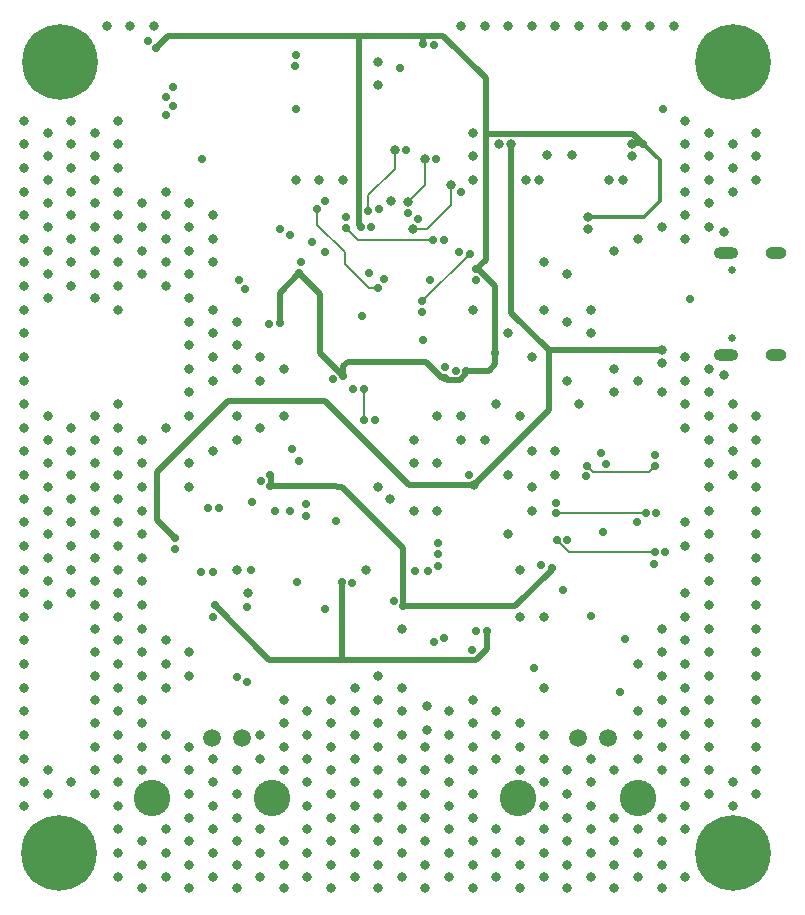
<source format=gbr>
%TF.GenerationSoftware,KiCad,Pcbnew,8.0.7*%
%TF.CreationDate,2025-05-23T18:18:51-03:00*%
%TF.ProjectId,uDAQ,75444151-2e6b-4696-9361-645f70636258,rev?*%
%TF.SameCoordinates,Original*%
%TF.FileFunction,Copper,L4,Bot*%
%TF.FilePolarity,Positive*%
%FSLAX46Y46*%
G04 Gerber Fmt 4.6, Leading zero omitted, Abs format (unit mm)*
G04 Created by KiCad (PCBNEW 8.0.7) date 2025-05-23 18:18:51*
%MOMM*%
%LPD*%
G01*
G04 APERTURE LIST*
%TA.AperFunction,ComponentPad*%
%ADD10O,1.800000X1.000000*%
%TD*%
%TA.AperFunction,ComponentPad*%
%ADD11O,2.100000X1.000000*%
%TD*%
%TA.AperFunction,ComponentPad*%
%ADD12C,0.650000*%
%TD*%
%TA.AperFunction,ComponentPad*%
%ADD13C,6.400000*%
%TD*%
%TA.AperFunction,ComponentPad*%
%ADD14C,3.090000*%
%TD*%
%TA.AperFunction,ComponentPad*%
%ADD15C,1.509000*%
%TD*%
%TA.AperFunction,ViaPad*%
%ADD16C,0.800000*%
%TD*%
%TA.AperFunction,ViaPad*%
%ADD17C,0.700000*%
%TD*%
%TA.AperFunction,Conductor*%
%ADD18C,0.500000*%
%TD*%
%TA.AperFunction,Conductor*%
%ADD19C,0.300000*%
%TD*%
%TA.AperFunction,Conductor*%
%ADD20C,0.200000*%
%TD*%
G04 APERTURE END LIST*
D10*
%TO.P,J201,S1,SHIELD*%
%TO.N,unconnected-(J201-SHIELD-PadS1)*%
X110650000Y-110180000D03*
D11*
%TO.N,unconnected-(J201-SHIELD-PadS1)_1*%
X106470000Y-110180000D03*
D10*
%TO.N,unconnected-(J201-SHIELD-PadS1)_3*%
X110650000Y-118820000D03*
D11*
%TO.N,unconnected-(J201-SHIELD-PadS1)_2*%
X106470000Y-118820000D03*
D12*
%TO.P,J201,*%
%TO.N,*%
X106970000Y-111610000D03*
X106970000Y-117400000D03*
%TD*%
D13*
%TO.P,MH4,1,1*%
%TO.N,GND*%
X50075000Y-94000000D03*
%TD*%
%TO.P,MH3,1,1*%
%TO.N,GND*%
X107075000Y-94000000D03*
%TD*%
%TO.P,MH2,1,1*%
%TO.N,GND*%
X107000000Y-161000000D03*
%TD*%
%TO.P,MH1,1,1*%
%TO.N,GND*%
X50000000Y-161000000D03*
%TD*%
D14*
%TO.P,J401,2,Ext*%
%TO.N,GND*%
X88840000Y-156380000D03*
D15*
X96460000Y-151300000D03*
D14*
X99000000Y-156380000D03*
D15*
%TO.P,J401,1,In*%
%TO.N,/DAC/OUT*%
X93920000Y-151300000D03*
%TD*%
D14*
%TO.P,J301,2,Ext*%
%TO.N,GND*%
X57840000Y-156380000D03*
D15*
X65460000Y-151300000D03*
D14*
X68000000Y-156380000D03*
D15*
%TO.P,J301,1,In*%
%TO.N,/ADC/IN*%
X62920000Y-151300000D03*
%TD*%
D16*
%TO.N,GND*%
X85000000Y-115000000D03*
X88000000Y-117000000D03*
X90000000Y-119000000D03*
X93000000Y-121000000D03*
X94000000Y-123000000D03*
X89000000Y-137000000D03*
X91000000Y-141000000D03*
X89000000Y-141000000D03*
X79000000Y-142000000D03*
X66000000Y-139000000D03*
X65000000Y-137000000D03*
X77000000Y-130000000D03*
X76000000Y-137000000D03*
X69000000Y-120000000D03*
X67000000Y-119000000D03*
X67000000Y-121000000D03*
X85000000Y-104000000D03*
X85000000Y-102000000D03*
X85000000Y-100000000D03*
X77000000Y-94000000D03*
X77000000Y-96000000D03*
X74000000Y-104000000D03*
X72000000Y-104000000D03*
X70000000Y-104000000D03*
X63000000Y-107000000D03*
X63000000Y-109000000D03*
X63000000Y-111000000D03*
X65000000Y-116000000D03*
X63000000Y-115000000D03*
X65000000Y-118000000D03*
X63000000Y-117000000D03*
X63000000Y-119000000D03*
X63000000Y-121000000D03*
X65000000Y-120000000D03*
X65000000Y-124000000D03*
X69000000Y-124000000D03*
X67000000Y-125000000D03*
X65000000Y-126000000D03*
X63000000Y-127000000D03*
X61000000Y-130000000D03*
X61000000Y-128000000D03*
X87000000Y-123000000D03*
X89000000Y-124000000D03*
X90000000Y-127000000D03*
X92000000Y-127000000D03*
X91968304Y-128991726D03*
X88000000Y-134000000D03*
X90000000Y-132000000D03*
X90000000Y-130000000D03*
X88000000Y-129000000D03*
X86000000Y-126000000D03*
X84000000Y-124000000D03*
X82000000Y-124000000D03*
X84000000Y-126000000D03*
X82000000Y-128000000D03*
X78000000Y-131000000D03*
X82000000Y-132000000D03*
X80000000Y-132000000D03*
X80000000Y-128000000D03*
X80000000Y-126000000D03*
X91000000Y-147000000D03*
X105000000Y-108000000D03*
X103000000Y-109000000D03*
X103000000Y-99000000D03*
X109000000Y-100000000D03*
X105000000Y-100000000D03*
X103000000Y-101000000D03*
X107000000Y-101000000D03*
X109000000Y-102000000D03*
X105000000Y-102000000D03*
X103000000Y-103000000D03*
X103000000Y-105000000D03*
X105000000Y-104000000D03*
X107000000Y-103000000D03*
X109000000Y-104000000D03*
X107000000Y-105000000D03*
X105000000Y-106000000D03*
X103000000Y-107000000D03*
X101000000Y-108000000D03*
X99000000Y-109000000D03*
X97000000Y-110000000D03*
X91000000Y-111000000D03*
X93000000Y-112000000D03*
X95000000Y-117000000D03*
X95000000Y-115000000D03*
X91000000Y-115000000D03*
X93000000Y-116000000D03*
X105000000Y-120000000D03*
X103000000Y-119000000D03*
X107000000Y-123000000D03*
X105000000Y-122000000D03*
X97000000Y-120000000D03*
X97000000Y-122000000D03*
X99000000Y-121000000D03*
X101000000Y-122000000D03*
X103000000Y-121000000D03*
X103000000Y-123000000D03*
X105000000Y-124000000D03*
X103000000Y-125000000D03*
X105000000Y-126000000D03*
X107000000Y-125000000D03*
X99000000Y-145000000D03*
X99000000Y-149000000D03*
X99000000Y-151000000D03*
X99000000Y-153000000D03*
X85000000Y-148000000D03*
X83000000Y-149000000D03*
X87000000Y-149000000D03*
X91000000Y-151000000D03*
X89000000Y-150000000D03*
X87000000Y-151000000D03*
X89000000Y-152000000D03*
X87000000Y-153000000D03*
X89000000Y-154000000D03*
X91000000Y-153000000D03*
X95000000Y-153000000D03*
X97000000Y-154000000D03*
X95000000Y-155000000D03*
X93000000Y-154000000D03*
X91000000Y-155000000D03*
X93000000Y-156000000D03*
X101000000Y-148000000D03*
X101000000Y-144000000D03*
X101000000Y-142000000D03*
X101000000Y-146000000D03*
X101000000Y-152000000D03*
X101000000Y-150000000D03*
X101000000Y-154000000D03*
X105000000Y-134000000D03*
X105000000Y-130000000D03*
X105000000Y-128000000D03*
X105000000Y-132000000D03*
X103000000Y-139000000D03*
X103000000Y-135000000D03*
X103000000Y-133000000D03*
X105000000Y-142000000D03*
X105000000Y-138000000D03*
X105000000Y-136000000D03*
X105000000Y-140000000D03*
X103000000Y-147000000D03*
X103000000Y-143000000D03*
X103000000Y-141000000D03*
X103000000Y-145000000D03*
X105000000Y-150000000D03*
X105000000Y-146000000D03*
X105000000Y-144000000D03*
X105000000Y-148000000D03*
X103000000Y-155000000D03*
X103000000Y-151000000D03*
X103000000Y-149000000D03*
X103000000Y-153000000D03*
X107000000Y-129000000D03*
X107000000Y-127000000D03*
X109000000Y-126000000D03*
X109000000Y-124000000D03*
X109000000Y-134000000D03*
X109000000Y-130000000D03*
X109000000Y-128000000D03*
X109000000Y-132000000D03*
X109000000Y-142000000D03*
X109000000Y-138000000D03*
X109000000Y-136000000D03*
X109000000Y-140000000D03*
X109000000Y-150000000D03*
X109000000Y-146000000D03*
X109000000Y-144000000D03*
X109000000Y-148000000D03*
X109000000Y-154000000D03*
X109000000Y-152000000D03*
X109000000Y-156000000D03*
X107000000Y-157000000D03*
X107000000Y-155000000D03*
X105000000Y-154000000D03*
X105000000Y-152000000D03*
X105000000Y-156000000D03*
X103000000Y-163000000D03*
X103000000Y-159000000D03*
X103000000Y-157000000D03*
X101000000Y-164000000D03*
X101000000Y-160000000D03*
X101000000Y-158000000D03*
X101000000Y-162000000D03*
X99000000Y-163000000D03*
X99000000Y-159000000D03*
X99000000Y-161000000D03*
X97000000Y-164000000D03*
X97000000Y-160000000D03*
X97000000Y-158000000D03*
X97000000Y-162000000D03*
X95000000Y-163000000D03*
X95000000Y-159000000D03*
X95000000Y-157000000D03*
X95000000Y-161000000D03*
X93000000Y-164000000D03*
X93000000Y-160000000D03*
X93000000Y-158000000D03*
X93000000Y-162000000D03*
X91000000Y-163000000D03*
X91000000Y-159000000D03*
X91000000Y-157000000D03*
X91000000Y-161000000D03*
X89000000Y-164000000D03*
X89000000Y-160000000D03*
X89000000Y-162000000D03*
X87000000Y-163000000D03*
X87000000Y-159000000D03*
X87000000Y-161000000D03*
X73000000Y-164000000D03*
X75000000Y-163000000D03*
X77000000Y-164000000D03*
X77000000Y-162000000D03*
X79000000Y-163000000D03*
X79000000Y-161000000D03*
X81000000Y-162000000D03*
X81000000Y-160000000D03*
X81000000Y-164000000D03*
X83000000Y-161000000D03*
X83000000Y-159000000D03*
X83000000Y-163000000D03*
X85000000Y-164000000D03*
X85000000Y-160000000D03*
X85000000Y-158000000D03*
X85000000Y-162000000D03*
X71000000Y-155000000D03*
X71000000Y-151000000D03*
X71000000Y-149000000D03*
X71000000Y-153000000D03*
X81160000Y-150557836D03*
X81160000Y-148557836D03*
X79000000Y-151000000D03*
X79000000Y-147000000D03*
X79000000Y-149000000D03*
X77000000Y-152000000D03*
X77000000Y-148000000D03*
X77000000Y-146000000D03*
X77000000Y-150000000D03*
X75000000Y-153000000D03*
X75000000Y-149000000D03*
X75000000Y-147000000D03*
X75000000Y-151000000D03*
X73000000Y-154000000D03*
X73000000Y-150000000D03*
X73000000Y-148000000D03*
X73000000Y-152000000D03*
X85000000Y-156000000D03*
X85000000Y-152000000D03*
X85000000Y-150000000D03*
X85000000Y-154000000D03*
X83000000Y-157000000D03*
X83000000Y-153000000D03*
X83000000Y-151000000D03*
X83000000Y-155000000D03*
X81000000Y-158000000D03*
X81000000Y-154000000D03*
X81000000Y-152000000D03*
X81000000Y-156000000D03*
X79000000Y-159000000D03*
X79000000Y-155000000D03*
X79000000Y-153000000D03*
X79000000Y-157000000D03*
X77000000Y-160000000D03*
X77000000Y-156000000D03*
X77000000Y-154000000D03*
X77000000Y-158000000D03*
X75000000Y-161000000D03*
X75000000Y-157000000D03*
X75000000Y-155000000D03*
X75000000Y-159000000D03*
X73000000Y-162000000D03*
X73000000Y-158000000D03*
X73000000Y-156000000D03*
X73000000Y-160000000D03*
X71000000Y-157000000D03*
X71000000Y-161000000D03*
X71000000Y-163000000D03*
X71000000Y-159000000D03*
X69000000Y-148000000D03*
X69000000Y-150000000D03*
X67000000Y-151000000D03*
X69000000Y-152000000D03*
X67000000Y-153000000D03*
X69000000Y-154000000D03*
X69000000Y-164000000D03*
X69000000Y-162000000D03*
X69000000Y-160000000D03*
X67000000Y-159000000D03*
X67000000Y-161000000D03*
X67000000Y-163000000D03*
X65000000Y-154000000D03*
X65000000Y-156000000D03*
X65000000Y-158000000D03*
X65000000Y-160000000D03*
X65000000Y-162000000D03*
X65000000Y-164000000D03*
X63000000Y-163000000D03*
X63000000Y-161000000D03*
X63000000Y-159000000D03*
X63000000Y-153000000D03*
X63000000Y-155000000D03*
X63000000Y-157000000D03*
X61000000Y-158000000D03*
X61000000Y-156000000D03*
X61000000Y-154000000D03*
X61000000Y-152000000D03*
X61000000Y-146000000D03*
X61000000Y-144000000D03*
X59000000Y-143000000D03*
X59000000Y-145000000D03*
X59000000Y-147000000D03*
X59000000Y-151000000D03*
X59000000Y-153000000D03*
X57000000Y-154000000D03*
X57000000Y-152000000D03*
X57000000Y-150000000D03*
X61000000Y-164000000D03*
X61000000Y-162000000D03*
X61000000Y-160000000D03*
X59000000Y-159000000D03*
X59000000Y-161000000D03*
X59000000Y-163000000D03*
X57000000Y-164000000D03*
X57000000Y-162000000D03*
X57000000Y-160000000D03*
X55000000Y-163000000D03*
X55000000Y-161000000D03*
X55000000Y-159000000D03*
X55000000Y-157000000D03*
X55000000Y-155000000D03*
X55000000Y-153000000D03*
X55000000Y-151000000D03*
X55000000Y-149000000D03*
X49000000Y-156000000D03*
X53000000Y-156000000D03*
X51000000Y-155000000D03*
X53000000Y-154000000D03*
X49000000Y-154000000D03*
X47000000Y-157000000D03*
X47000000Y-155000000D03*
X47000000Y-153000000D03*
X53000000Y-152000000D03*
X53000000Y-150000000D03*
X47000000Y-151000000D03*
X55000000Y-147000000D03*
X53000000Y-148000000D03*
X47000000Y-149000000D03*
X57000000Y-138000000D03*
X57000000Y-148000000D03*
X57000000Y-132000000D03*
X57000000Y-140000000D03*
X57000000Y-146000000D03*
X57000000Y-134000000D03*
X57000000Y-142000000D03*
X57000000Y-136000000D03*
X57000000Y-144000000D03*
X57000000Y-130000000D03*
X61000000Y-114000000D03*
X61000000Y-124000000D03*
X61000000Y-108000000D03*
X61000000Y-116000000D03*
X61000000Y-122000000D03*
X61000000Y-110000000D03*
X61000000Y-118000000D03*
X61000000Y-112000000D03*
X61000000Y-120000000D03*
X61000000Y-106000000D03*
X59000000Y-125000000D03*
X59000000Y-113000000D03*
X59000000Y-107000000D03*
X59000000Y-109000000D03*
X59000000Y-111000000D03*
X59000000Y-105000000D03*
X57000000Y-126000000D03*
X57000000Y-128000000D03*
X57000000Y-108000000D03*
X57000000Y-110000000D03*
X57000000Y-112000000D03*
X57000000Y-106000000D03*
X55000000Y-143000000D03*
X55000000Y-145000000D03*
X55000000Y-131000000D03*
X55000000Y-141000000D03*
X55000000Y-125000000D03*
X55000000Y-133000000D03*
X55000000Y-139000000D03*
X55000000Y-127000000D03*
X55000000Y-135000000D03*
X55000000Y-129000000D03*
X55000000Y-137000000D03*
X55000000Y-123000000D03*
X53000000Y-144000000D03*
X53000000Y-146000000D03*
X53000000Y-132000000D03*
X53000000Y-142000000D03*
X53000000Y-126000000D03*
X53000000Y-134000000D03*
X53000000Y-140000000D03*
X53000000Y-128000000D03*
X53000000Y-136000000D03*
X53000000Y-130000000D03*
X53000000Y-138000000D03*
X53000000Y-124000000D03*
X51000000Y-131000000D03*
X51000000Y-125000000D03*
X51000000Y-133000000D03*
X51000000Y-139000000D03*
X51000000Y-127000000D03*
X51000000Y-135000000D03*
X51000000Y-129000000D03*
X51000000Y-137000000D03*
X49000000Y-132000000D03*
X49000000Y-126000000D03*
X49000000Y-134000000D03*
X49000000Y-140000000D03*
X49000000Y-128000000D03*
X49000000Y-136000000D03*
X49000000Y-130000000D03*
X49000000Y-138000000D03*
X49000000Y-124000000D03*
X55000000Y-107000000D03*
X55000000Y-101000000D03*
X55000000Y-109000000D03*
X55000000Y-115000000D03*
X55000000Y-103000000D03*
X55000000Y-111000000D03*
X55000000Y-105000000D03*
X55000000Y-113000000D03*
X55000000Y-99000000D03*
X53000000Y-108000000D03*
X53000000Y-102000000D03*
X53000000Y-110000000D03*
X53000000Y-104000000D03*
X53000000Y-112000000D03*
X53000000Y-106000000D03*
X53000000Y-114000000D03*
X53000000Y-100000000D03*
X51000000Y-107000000D03*
X51000000Y-101000000D03*
X51000000Y-109000000D03*
X51000000Y-103000000D03*
X51000000Y-111000000D03*
X51000000Y-105000000D03*
X51000000Y-113000000D03*
X51000000Y-99000000D03*
X49000000Y-108000000D03*
X49000000Y-102000000D03*
X49000000Y-110000000D03*
X49000000Y-104000000D03*
X49000000Y-112000000D03*
X49000000Y-106000000D03*
X49000000Y-114000000D03*
X49000000Y-100000000D03*
X47000000Y-145000000D03*
X47000000Y-147000000D03*
X47000000Y-133000000D03*
X47000000Y-143000000D03*
X47000000Y-127000000D03*
X47000000Y-135000000D03*
X47000000Y-141000000D03*
X47000000Y-129000000D03*
X47000000Y-137000000D03*
X47000000Y-131000000D03*
X47000000Y-139000000D03*
X47000000Y-125000000D03*
X47000000Y-121000000D03*
X47000000Y-123000000D03*
X47000000Y-109000000D03*
X47000000Y-119000000D03*
X47000000Y-103000000D03*
X47000000Y-111000000D03*
X47000000Y-117000000D03*
X47000000Y-105000000D03*
X47000000Y-113000000D03*
X47000000Y-107000000D03*
X47000000Y-115000000D03*
X47000000Y-101000000D03*
X47000000Y-99000000D03*
X102000000Y-91000000D03*
X100000000Y-91000000D03*
X98000000Y-91000000D03*
X96000000Y-91000000D03*
X94000000Y-91000000D03*
X92000000Y-91000000D03*
X90000000Y-91000000D03*
X88000000Y-91000000D03*
X86000000Y-91000000D03*
X84000000Y-91000000D03*
X58000000Y-91000000D03*
X56000000Y-91000000D03*
X54000000Y-91000000D03*
D17*
X76400000Y-108000000D03*
%TO.N,+3V3*%
X86900000Y-118700000D03*
%TO.N,GND*%
X70500000Y-111000000D03*
X67750000Y-116200000D03*
X73175252Y-120906624D03*
X83549997Y-120150000D03*
X82650000Y-119849997D03*
%TO.N,+3V3*%
X82650000Y-120750000D03*
X84450000Y-120150000D03*
%TO.N,GND*%
X85300000Y-112500000D03*
X81700003Y-92600000D03*
%TO.N,+3V3*%
X80800000Y-92500000D03*
%TO.N,GND*%
X57513602Y-92213602D03*
%TO.N,+3V3*%
X99400000Y-100975000D03*
%TO.N,GND*%
X63009314Y-140990686D03*
X74817326Y-138100344D03*
X67078254Y-129486952D03*
X78295013Y-139697507D03*
X90800000Y-136600000D03*
%TO.N,+3V3A*%
X91700000Y-136900000D03*
X79100000Y-140100000D03*
%TO.N,GND*%
X85300386Y-142201459D03*
%TO.N,VCOM*%
X86200000Y-142175000D03*
%TO.N,GND*%
X81725000Y-143125000D03*
X82575000Y-142775000D03*
X84975000Y-143825000D03*
X90190000Y-145330000D03*
X82070000Y-134750000D03*
X82060000Y-135680000D03*
X82080000Y-136680000D03*
X81230000Y-137080000D03*
X80120000Y-137160000D03*
X84690583Y-128992747D03*
X59790000Y-135260000D03*
%TO.N,+5V*%
X59800000Y-134330000D03*
D16*
%TO.N,GND*%
X87250000Y-101000000D03*
X101000000Y-119500000D03*
D17*
X101107500Y-98000000D03*
D16*
%TO.N,+5V*%
X85100000Y-129850000D03*
X88250000Y-101000000D03*
X101050000Y-118450000D03*
%TO.N,GND*%
X98475000Y-102000000D03*
X94800000Y-108175003D03*
%TO.N,+3V3*%
X98450000Y-100975000D03*
X94800000Y-107175000D03*
%TO.N,GND*%
X89500000Y-104025000D03*
X90600000Y-104050000D03*
X91275000Y-101900000D03*
X93400000Y-101925000D03*
X97725000Y-104000000D03*
X96575000Y-104025000D03*
X106300000Y-120500000D03*
X106300000Y-108450000D03*
D17*
X84000000Y-105000000D03*
D16*
%TO.N,/MCU/TIM4_CH3*%
X83200000Y-104450000D03*
D17*
%TO.N,GND*%
X81900000Y-102200000D03*
D16*
%TO.N,/MCU/TIM4_CH1*%
X80950000Y-102200000D03*
D17*
%TO.N,GND*%
X80350000Y-107300000D03*
D16*
%TO.N,/MCU/TIM4_CH3*%
X79969221Y-108170352D03*
D17*
%TO.N,GND*%
X79550000Y-106850000D03*
D16*
%TO.N,/MCU/TIM4_CH1*%
X79500000Y-105900000D03*
%TO.N,GND*%
X78050000Y-105789950D03*
D17*
X79350000Y-101450000D03*
D16*
%TO.N,/MCU/TIM4_CH2*%
X78400000Y-101450000D03*
D17*
X76150000Y-106600000D03*
%TO.N,GND*%
X77043838Y-106494843D03*
X78850000Y-94500000D03*
X62050000Y-102250000D03*
%TO.N,+3V3*%
X58150000Y-92850000D03*
%TO.N,GND*%
X70000000Y-93450000D03*
X69950000Y-94350000D03*
X70000000Y-98000000D03*
X59600000Y-96150000D03*
X59050000Y-96950000D03*
X59650000Y-97750000D03*
X59050000Y-98550000D03*
X83857893Y-110131053D03*
X80700000Y-115200000D03*
%TO.N,/MCU/MCU_NRST*%
X84750000Y-110250000D03*
%TO.N,+3V3*%
X85300000Y-111550000D03*
%TO.N,GND*%
X77523116Y-112417638D03*
X72450000Y-105800000D03*
X74284620Y-107146140D03*
X82550003Y-109100000D03*
%TO.N,/MCU/MCU_NRST*%
X80700000Y-114300000D03*
%TO.N,+3V3*%
X75500000Y-108000000D03*
%TO.N,/MCU/MCU_SWDIO*%
X71800000Y-106500000D03*
X77000000Y-113150000D03*
%TO.N,/MCU/MCU_SWCLK*%
X74284620Y-108065380D03*
X81650000Y-109100000D03*
%TO.N,GND*%
X97450000Y-147350000D03*
X92650000Y-138700000D03*
X97900000Y-142850000D03*
X95000000Y-140950000D03*
X100350000Y-136500000D03*
X100550000Y-132250000D03*
X101300000Y-135550000D03*
X93009620Y-134490380D03*
X92050000Y-131350000D03*
%TO.N,DAC_NLDAC*%
X99650000Y-132250000D03*
%TO.N,GND*%
X98900000Y-132950000D03*
%TO.N,DAC_NLDAC*%
X92050000Y-132250000D03*
%TO.N,GND*%
X96000000Y-133800000D03*
X94600000Y-129100000D03*
X100450000Y-127300000D03*
%TO.N,SPI2_NSS*%
X94650000Y-128200000D03*
%TO.N,GND*%
X95850000Y-127150000D03*
X96300000Y-128100000D03*
%TO.N,SPI2_NSS*%
X100450000Y-128200000D03*
%TO.N,GND*%
X66250000Y-137000000D03*
X73450000Y-132900000D03*
X65850000Y-146500000D03*
X65000000Y-146100000D03*
X62000000Y-137200000D03*
X63050000Y-137200000D03*
%TO.N,VCOM*%
X73917500Y-138082500D03*
%TO.N,GND*%
X72450000Y-140300000D03*
%TO.N,VCOM*%
X63150000Y-140000000D03*
%TO.N,GND*%
X65900000Y-140200000D03*
X70100000Y-138050000D03*
X66350000Y-131300000D03*
X62550000Y-131750000D03*
X63500000Y-131750000D03*
%TO.N,+3V3A*%
X67850000Y-129000000D03*
X67850000Y-129950000D03*
%TO.N,GND*%
X68250000Y-132000000D03*
X69550000Y-132000000D03*
X70850000Y-131450000D03*
X70850000Y-132500000D03*
X70250000Y-127800000D03*
X69700000Y-126800000D03*
X76700000Y-124350000D03*
X74900000Y-121750000D03*
%TO.N,+3V3*%
X74050000Y-120650000D03*
%TO.N,SPI1_NSS*%
X75800000Y-124350000D03*
X75800000Y-121750000D03*
%TO.N,GND*%
X103400000Y-114050000D03*
%TO.N,+3V3*%
X68650000Y-116150000D03*
%TO.N,GND*%
X81350000Y-112500000D03*
X80750000Y-117600000D03*
X75650000Y-115500000D03*
X76250000Y-111900000D03*
X65200000Y-112450000D03*
X65750000Y-113250000D03*
X69500000Y-108700000D03*
X68650000Y-108200000D03*
X72500000Y-110100000D03*
X71400000Y-109300000D03*
%TO.N,+3V3*%
X70300000Y-111900000D03*
%TO.N,DAC_NCLR*%
X100400000Y-135550000D03*
X92100000Y-134500000D03*
%TD*%
D18*
%TO.N,+3V3A*%
X67878254Y-129028254D02*
X67850000Y-129000000D01*
X67878254Y-129818323D02*
X67878254Y-129028254D01*
X67850000Y-129846577D02*
X67878254Y-129818323D01*
X67850000Y-129950000D02*
X67850000Y-129846577D01*
%TO.N,+3V3*%
X75350000Y-91850000D02*
X75400000Y-91800000D01*
X75350000Y-107850000D02*
X75350000Y-91850000D01*
X75500000Y-108000000D02*
X75350000Y-107850000D01*
X75400000Y-91800000D02*
X59200000Y-91800000D01*
X80600000Y-91800000D02*
X75400000Y-91800000D01*
X86900000Y-118700000D02*
X86900000Y-119600000D01*
X68650000Y-113550000D02*
X68650000Y-116150000D01*
X70300000Y-111900000D02*
X68650000Y-113550000D01*
X72100000Y-118700000D02*
X72100000Y-113700000D01*
X72100000Y-113700000D02*
X70300000Y-111900000D01*
X74050000Y-120650000D02*
X72100000Y-118700000D01*
X74050000Y-119750000D02*
X74050000Y-120650000D01*
X74400000Y-119400000D02*
X74050000Y-119750000D01*
X81068632Y-119400000D02*
X74400000Y-119400000D01*
X82418632Y-120750000D02*
X81068632Y-119400000D01*
X82650000Y-120750000D02*
X82418632Y-120750000D01*
X86100000Y-110750000D02*
X85300000Y-111550000D01*
X86100000Y-100100000D02*
X86100000Y-110750000D01*
X86900000Y-112968629D02*
X86900000Y-118700000D01*
X85300000Y-111550000D02*
X85481371Y-111550000D01*
X85481371Y-111550000D02*
X86900000Y-112968629D01*
X83881368Y-120950000D02*
X82850000Y-120950000D01*
X84450000Y-120381368D02*
X83881368Y-120950000D01*
X82850000Y-120950000D02*
X82650000Y-120750000D01*
X84450000Y-120150000D02*
X84450000Y-120381368D01*
X86350000Y-120150000D02*
X84450000Y-120150000D01*
X86900000Y-119600000D02*
X86350000Y-120150000D01*
X80600000Y-91800000D02*
X80800000Y-91800000D01*
X80800000Y-91800000D02*
X80800000Y-92500000D01*
X82500000Y-91800000D02*
X80600000Y-91800000D01*
X59200000Y-91800000D02*
X58150000Y-92850000D01*
X86100000Y-95400000D02*
X82500000Y-91800000D01*
X86100000Y-100100000D02*
X86100000Y-95400000D01*
X86150000Y-100150000D02*
X86100000Y-100100000D01*
X98575000Y-100150000D02*
X86150000Y-100150000D01*
X99400000Y-100975000D02*
X98575000Y-100150000D01*
D19*
X99450000Y-100975000D02*
X100825000Y-102350000D01*
X99400000Y-100975000D02*
X99450000Y-100975000D01*
X99400000Y-100975000D02*
X98450000Y-100975000D01*
X100825000Y-102350000D02*
X100825000Y-105825000D01*
X100825000Y-105825000D02*
X99475000Y-107175000D01*
X99475000Y-107175000D02*
X94800000Y-107175000D01*
D18*
%TO.N,+3V3A*%
X88600000Y-140100000D02*
X91700000Y-137000000D01*
X91700000Y-137000000D02*
X91700000Y-136900000D01*
X79100000Y-140100000D02*
X88600000Y-140100000D01*
%TO.N,VCOM*%
X73917500Y-144625000D02*
X73917500Y-138082500D01*
X75425000Y-144625000D02*
X73917500Y-144625000D01*
X67775000Y-144625000D02*
X63150000Y-140000000D01*
X75425000Y-144625000D02*
X67775000Y-144625000D01*
X85306371Y-144625000D02*
X75425000Y-144625000D01*
X86200000Y-143731371D02*
X85306371Y-144625000D01*
X86200000Y-142175000D02*
X86200000Y-143731371D01*
D20*
%TO.N,DAC_NCLR*%
X93150000Y-135550000D02*
X92100000Y-134500000D01*
X100400000Y-135550000D02*
X93150000Y-135550000D01*
D18*
%TO.N,+3V3A*%
X73450000Y-129950000D02*
X67850000Y-129950000D01*
X73500000Y-130000000D02*
X73450000Y-129950000D01*
X73900000Y-130000000D02*
X73500000Y-130000000D01*
X79100000Y-135200000D02*
X73900000Y-130000000D01*
X79100000Y-140100000D02*
X79100000Y-135200000D01*
%TO.N,+5V*%
X58250000Y-132780000D02*
X59800000Y-134330000D01*
X58250000Y-132750000D02*
X58250000Y-132780000D01*
X58250000Y-128750000D02*
X58250000Y-132750000D01*
X72500000Y-122750000D02*
X64250000Y-122750000D01*
X79600000Y-129850000D02*
X72500000Y-122750000D01*
X64250000Y-122750000D02*
X58250000Y-128750000D01*
X85100000Y-129850000D02*
X79600000Y-129850000D01*
X91450000Y-123500000D02*
X91450000Y-118450000D01*
X85100000Y-129850000D02*
X91450000Y-123500000D01*
X88250000Y-115250000D02*
X88250000Y-101000000D01*
X91450000Y-118450000D02*
X88250000Y-115250000D01*
X101050000Y-118450000D02*
X91450000Y-118450000D01*
D20*
%TO.N,/MCU/TIM4_CH3*%
X83200000Y-106130764D02*
X83200000Y-104450000D01*
X81160412Y-108170352D02*
X83200000Y-106130764D01*
X79969221Y-108170352D02*
X81160412Y-108170352D01*
%TO.N,/MCU/TIM4_CH1*%
X80950000Y-104450000D02*
X80950000Y-102200000D01*
X79500000Y-105900000D02*
X80950000Y-104450000D01*
%TO.N,/MCU/MCU_SWDIO*%
X76200000Y-113150000D02*
X74150000Y-111100000D01*
X74150000Y-111100000D02*
X74150000Y-110150000D01*
X74150000Y-110150000D02*
X71800000Y-107800000D01*
X71800000Y-107800000D02*
X71800000Y-106500000D01*
X77000000Y-113150000D02*
X76200000Y-113150000D01*
%TO.N,/MCU/MCU_SWCLK*%
X75319240Y-109100000D02*
X74284620Y-108065380D01*
X81650000Y-109100000D02*
X75319240Y-109100000D01*
%TO.N,/MCU/TIM4_CH2*%
X78400000Y-103050000D02*
X78400000Y-101450000D01*
X76150000Y-105300000D02*
X78400000Y-103050000D01*
X76150000Y-106600000D02*
X76150000Y-105300000D01*
D18*
%TO.N,/MCU/MCU_NRST*%
X84731371Y-110250000D02*
X84750000Y-110250000D01*
D20*
X80700000Y-114281371D02*
X84731371Y-110250000D01*
D18*
X80700000Y-114300000D02*
X80700000Y-114281371D01*
D20*
%TO.N,DAC_NLDAC*%
X92050000Y-132250000D02*
X99650000Y-132250000D01*
%TO.N,SPI2_NSS*%
X99900000Y-128750000D02*
X100450000Y-128200000D01*
X95200000Y-128750000D02*
X99900000Y-128750000D01*
X94650000Y-128200000D02*
X95200000Y-128750000D01*
%TO.N,SPI1_NSS*%
X75800000Y-121750000D02*
X75800000Y-124350000D01*
%TD*%
M02*

</source>
